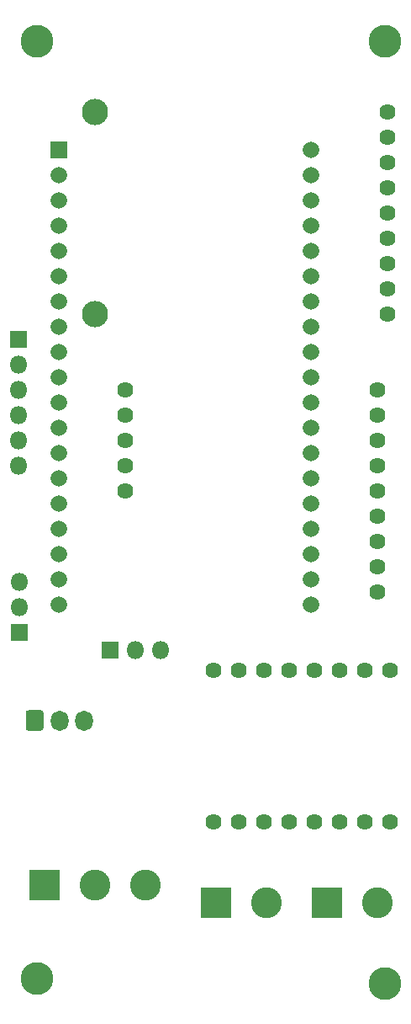
<source format=gts>
G04 #@! TF.GenerationSoftware,KiCad,Pcbnew,5.1.6-c6e7f7d~87~ubuntu20.04.1*
G04 #@! TF.CreationDate,2020-08-06T14:23:34-04:00*
G04 #@! TF.ProjectId,Buoy_WithoutGSM,42756f79-5f57-4697-9468-6f757447534d,Leonardo Ward*
G04 #@! TF.SameCoordinates,Original*
G04 #@! TF.FileFunction,Soldermask,Top*
G04 #@! TF.FilePolarity,Negative*
%FSLAX46Y46*%
G04 Gerber Fmt 4.6, Leading zero omitted, Abs format (unit mm)*
G04 Created by KiCad (PCBNEW 5.1.6-c6e7f7d~87~ubuntu20.04.1) date 2020-08-06 14:23:34*
%MOMM*%
%LPD*%
G01*
G04 APERTURE LIST*
%ADD10C,3.300000*%
%ADD11C,2.640000*%
%ADD12C,1.624000*%
%ADD13R,1.660000X1.660000*%
%ADD14C,1.660000*%
%ADD15O,1.800000X2.050000*%
%ADD16R,3.100000X3.100000*%
%ADD17C,3.100000*%
%ADD18R,1.800000X1.800000*%
%ADD19O,1.800000X1.800000*%
G04 APERTURE END LIST*
D10*
X173482000Y-58166000D03*
X138430000Y-58166000D03*
X173482000Y-152908000D03*
X138430000Y-152400000D03*
D11*
X144272000Y-65278000D03*
X144272000Y-85598000D03*
D12*
X173736000Y-85598000D03*
X173736000Y-83058000D03*
X173736000Y-80518000D03*
X173736000Y-77978000D03*
X173736000Y-75438000D03*
X173736000Y-72898000D03*
X173736000Y-70358000D03*
X173736000Y-67818000D03*
X173736000Y-65278000D03*
D13*
X140610001Y-69133001D03*
D14*
X140610001Y-71673001D03*
X140610001Y-114853001D03*
X140610001Y-74213001D03*
X140610001Y-76753001D03*
X140610001Y-79293001D03*
X140610001Y-81833001D03*
X140610001Y-84373001D03*
X140610001Y-86913001D03*
X140610001Y-89453001D03*
X140610001Y-91993001D03*
X140610001Y-94533001D03*
X140610001Y-97073001D03*
X140610001Y-99613001D03*
X140610001Y-102153001D03*
X140610001Y-104693001D03*
X140610001Y-107233001D03*
X140610001Y-109773001D03*
X140610001Y-112313001D03*
X166010001Y-69133001D03*
X166010001Y-71673001D03*
X166010001Y-74213001D03*
X166010001Y-76753001D03*
X166010001Y-79293001D03*
X166010001Y-81833001D03*
X166010001Y-84373001D03*
X166010001Y-86913001D03*
X166010001Y-89453001D03*
X166010001Y-91993001D03*
X166010001Y-94533001D03*
X166010001Y-97073001D03*
X166010001Y-99613001D03*
X166010001Y-102153001D03*
X166010001Y-104693001D03*
X166010001Y-107233001D03*
X166010001Y-109773001D03*
X166010001Y-112313001D03*
X166010001Y-114853001D03*
D12*
X172720000Y-93218000D03*
X172720000Y-95758000D03*
X172720000Y-98298000D03*
X172720000Y-100838000D03*
X172720000Y-103378000D03*
X172720000Y-105918000D03*
X172720000Y-108458000D03*
X172720000Y-110998000D03*
X172720000Y-113538000D03*
X147320000Y-103378000D03*
X147320000Y-100838000D03*
X147320000Y-98298000D03*
X147320000Y-95758000D03*
X147320000Y-93218000D03*
G36*
G01*
X137276000Y-127252294D02*
X137276000Y-125731706D01*
G75*
G02*
X137540706Y-125467000I264706J0D01*
G01*
X138811294Y-125467000D01*
G75*
G02*
X139076000Y-125731706I0J-264706D01*
G01*
X139076000Y-127252294D01*
G75*
G02*
X138811294Y-127517000I-264706J0D01*
G01*
X137540706Y-127517000D01*
G75*
G02*
X137276000Y-127252294I0J264706D01*
G01*
G37*
D15*
X140676000Y-126492000D03*
X143176000Y-126492000D03*
D16*
X139192000Y-143002000D03*
D17*
X144272000Y-143002000D03*
X149352000Y-143002000D03*
D16*
X156464000Y-144780000D03*
D17*
X161544000Y-144780000D03*
D12*
X156210000Y-136652000D03*
X158750000Y-136652000D03*
X161290000Y-136652000D03*
X163830000Y-136652000D03*
X166370000Y-136652000D03*
X168910000Y-136652000D03*
X171450000Y-136652000D03*
X173990000Y-136652000D03*
X173990000Y-121412000D03*
X171450000Y-121412000D03*
X168910000Y-121412000D03*
X166370000Y-121412000D03*
X163830000Y-121412000D03*
X161290000Y-121412000D03*
X158750000Y-121412000D03*
X156210000Y-121412000D03*
D16*
X167640000Y-144780000D03*
D17*
X172720000Y-144780000D03*
D18*
X145796000Y-119380000D03*
D19*
X148336000Y-119380000D03*
X150876000Y-119380000D03*
X136652000Y-112522000D03*
X136652000Y-115062000D03*
D18*
X136652000Y-117602000D03*
X136575800Y-88188800D03*
D19*
X136575800Y-90728800D03*
X136575800Y-93268800D03*
X136575800Y-95808800D03*
X136575800Y-98348800D03*
X136575800Y-100888800D03*
M02*

</source>
